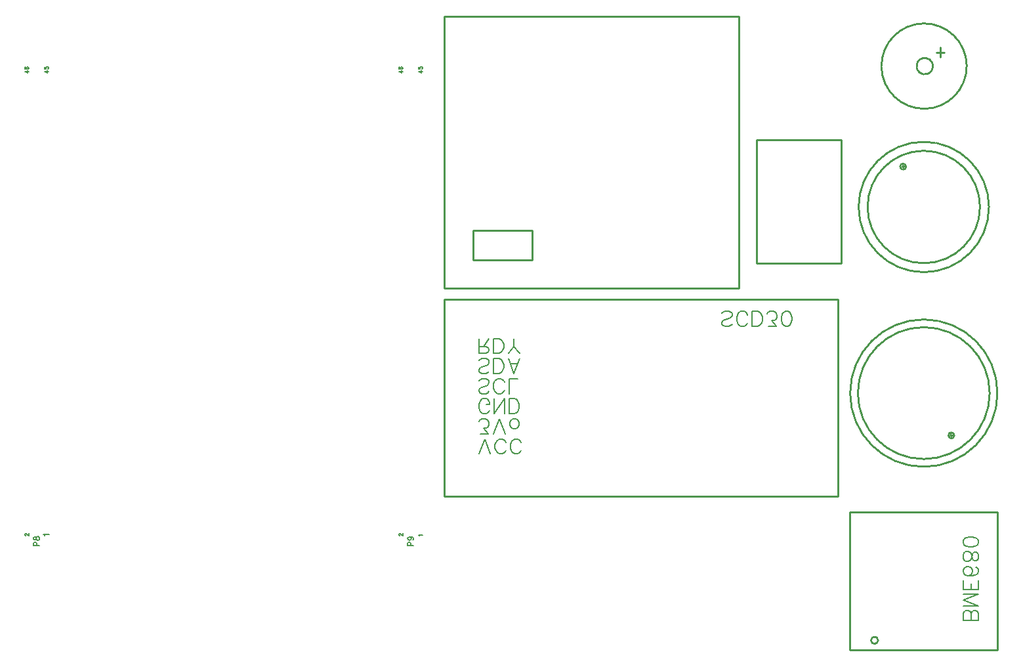
<source format=gbo>
G04 Layer: BottomSilkLayer*
G04 EasyEDA v6.4.25, 2021-11-15T20:25:19--5:00*
G04 f133b9dff01e4a4db271285c1a4d3a4a,c6d70c2b7c21449b8329efc8d1611fca,10*
G04 Gerber Generator version 0.2*
G04 Scale: 100 percent, Rotated: No, Reflected: No *
G04 Dimensions in inches *
G04 leading zeros omitted , absolute positions ,3 integer and 6 decimal *
%FSLAX36Y36*%
%MOIN*%

%ADD10C,0.0100*%
%ADD42C,0.0060*%
%ADD45C,0.0080*%

%LPD*%
D45*
X5136300Y100000D02*
G01*
X5060000Y100000D01*
X5136300Y100000D02*
G01*
X5136300Y132699D01*
X5132700Y143600D01*
X5129099Y147300D01*
X5121800Y150900D01*
X5114499Y150900D01*
X5107200Y147300D01*
X5103599Y143600D01*
X5100000Y132699D01*
X5100000Y100000D02*
G01*
X5100000Y132699D01*
X5096300Y143600D01*
X5092700Y147300D01*
X5085400Y150900D01*
X5074499Y150900D01*
X5067200Y147300D01*
X5063599Y143600D01*
X5060000Y132699D01*
X5060000Y100000D01*
X5136300Y174899D02*
G01*
X5060000Y174899D01*
X5136300Y174899D02*
G01*
X5060000Y204000D01*
X5136300Y233099D02*
G01*
X5060000Y204000D01*
X5136300Y233099D02*
G01*
X5060000Y233099D01*
X5136300Y257100D02*
G01*
X5060000Y257100D01*
X5136300Y257100D02*
G01*
X5136300Y304400D01*
X5100000Y257100D02*
G01*
X5100000Y286199D01*
X5060000Y257100D02*
G01*
X5060000Y304400D01*
X5125400Y371999D02*
G01*
X5132700Y368400D01*
X5136300Y357500D01*
X5136300Y350199D01*
X5132700Y339299D01*
X5121800Y331999D01*
X5103599Y328400D01*
X5085400Y328400D01*
X5070900Y331999D01*
X5063599Y339299D01*
X5060000Y350199D01*
X5060000Y353800D01*
X5063599Y364699D01*
X5070900Y371999D01*
X5081800Y375599D01*
X5085400Y375599D01*
X5096300Y371999D01*
X5103599Y364699D01*
X5107200Y353800D01*
X5107200Y350199D01*
X5103599Y339299D01*
X5096300Y331999D01*
X5085400Y328400D01*
X5136300Y417800D02*
G01*
X5132700Y406900D01*
X5125400Y403299D01*
X5118199Y403299D01*
X5110900Y406900D01*
X5107200Y414200D01*
X5103599Y428699D01*
X5100000Y439600D01*
X5092700Y446900D01*
X5085400Y450500D01*
X5074499Y450500D01*
X5067200Y446900D01*
X5063599Y443299D01*
X5060000Y432399D01*
X5060000Y417800D01*
X5063599Y406900D01*
X5067200Y403299D01*
X5074499Y399600D01*
X5085400Y399600D01*
X5092700Y403299D01*
X5100000Y410500D01*
X5103599Y421500D01*
X5107200Y435999D01*
X5110900Y443299D01*
X5118199Y446900D01*
X5125400Y446900D01*
X5132700Y443299D01*
X5136300Y432399D01*
X5136300Y417800D01*
X5136300Y496399D02*
G01*
X5132700Y485500D01*
X5121800Y478200D01*
X5103599Y474499D01*
X5092700Y474499D01*
X5074499Y478200D01*
X5063599Y485500D01*
X5060000Y496399D01*
X5060000Y503600D01*
X5063599Y514499D01*
X5074499Y521799D01*
X5092700Y525500D01*
X5103599Y525500D01*
X5121800Y521799D01*
X5132700Y514499D01*
X5136300Y503600D01*
X5136300Y496399D01*
X2600000Y946300D02*
G01*
X2629099Y1022600D01*
X2658199Y946300D02*
G01*
X2629099Y1022600D01*
X2736700Y964499D02*
G01*
X2733100Y957199D01*
X2725799Y949899D01*
X2718500Y946300D01*
X2703999Y946300D01*
X2696700Y949899D01*
X2689499Y957199D01*
X2685799Y964499D01*
X2682200Y975399D01*
X2682200Y993499D01*
X2685799Y1004499D01*
X2689499Y1011700D01*
X2696700Y1019000D01*
X2703999Y1022600D01*
X2718500Y1022600D01*
X2725799Y1019000D01*
X2733100Y1011700D01*
X2736700Y1004499D01*
X2815299Y964499D02*
G01*
X2811599Y957199D01*
X2804399Y949899D01*
X2797100Y946300D01*
X2782500Y946300D01*
X2775299Y949899D01*
X2768000Y957199D01*
X2764399Y964499D01*
X2760699Y975399D01*
X2760699Y993499D01*
X2764399Y1004499D01*
X2768000Y1011700D01*
X2775299Y1019000D01*
X2782500Y1022600D01*
X2797100Y1022600D01*
X2804399Y1019000D01*
X2811599Y1011700D01*
X2815299Y1004499D01*
X2607299Y1048299D02*
G01*
X2647299Y1048299D01*
X2625500Y1077399D01*
X2636400Y1077399D01*
X2643599Y1080999D01*
X2647299Y1084600D01*
X2650900Y1095500D01*
X2650900Y1102800D01*
X2647299Y1113699D01*
X2640000Y1120999D01*
X2629099Y1124600D01*
X2618199Y1124600D01*
X2607299Y1120999D01*
X2603599Y1117399D01*
X2600000Y1110100D01*
X2674899Y1048299D02*
G01*
X2703999Y1124600D01*
X2733100Y1048299D02*
G01*
X2703999Y1124600D01*
X2775299Y1073699D02*
G01*
X2768000Y1077399D01*
X2760699Y1084600D01*
X2757100Y1095500D01*
X2757100Y1102800D01*
X2760699Y1113699D01*
X2768000Y1120999D01*
X2775299Y1124600D01*
X2786199Y1124600D01*
X2793500Y1120999D01*
X2800699Y1113699D01*
X2804399Y1102800D01*
X2804399Y1095500D01*
X2800699Y1084600D01*
X2793500Y1077399D01*
X2786199Y1073699D01*
X2775299Y1073699D01*
X2654499Y1168499D02*
G01*
X2650900Y1161199D01*
X2643599Y1153899D01*
X2636400Y1150300D01*
X2621800Y1150300D01*
X2614499Y1153899D01*
X2607299Y1161199D01*
X2603599Y1168499D01*
X2600000Y1179400D01*
X2600000Y1197500D01*
X2603599Y1208499D01*
X2607299Y1215700D01*
X2614499Y1223000D01*
X2621800Y1226599D01*
X2636400Y1226599D01*
X2643599Y1223000D01*
X2650900Y1215700D01*
X2654499Y1208499D01*
X2654499Y1197500D01*
X2636400Y1197500D02*
G01*
X2654499Y1197500D01*
X2678500Y1150300D02*
G01*
X2678500Y1226599D01*
X2678500Y1150300D02*
G01*
X2729499Y1226599D01*
X2729499Y1150300D02*
G01*
X2729499Y1226599D01*
X2753500Y1150300D02*
G01*
X2753500Y1226599D01*
X2753500Y1150300D02*
G01*
X2778900Y1150300D01*
X2789799Y1153899D01*
X2797100Y1161199D01*
X2800699Y1168499D01*
X2804399Y1179400D01*
X2804399Y1197500D01*
X2800699Y1208499D01*
X2797100Y1215700D01*
X2789799Y1223000D01*
X2778900Y1226599D01*
X2753500Y1226599D01*
X2650900Y1263200D02*
G01*
X2643599Y1255900D01*
X2632700Y1252300D01*
X2618199Y1252300D01*
X2607299Y1255900D01*
X2600000Y1263200D01*
X2600000Y1270500D01*
X2603599Y1277699D01*
X2607299Y1281399D01*
X2614499Y1285000D01*
X2636400Y1292300D01*
X2643599Y1295900D01*
X2647299Y1299499D01*
X2650900Y1306799D01*
X2650900Y1317699D01*
X2643599Y1325000D01*
X2632700Y1328600D01*
X2618199Y1328600D01*
X2607299Y1325000D01*
X2600000Y1317699D01*
X2729499Y1270500D02*
G01*
X2725799Y1263200D01*
X2718500Y1255900D01*
X2711300Y1252300D01*
X2696700Y1252300D01*
X2689499Y1255900D01*
X2682200Y1263200D01*
X2678500Y1270500D01*
X2674899Y1281399D01*
X2674899Y1299499D01*
X2678500Y1310500D01*
X2682200Y1317699D01*
X2689499Y1325000D01*
X2696700Y1328600D01*
X2711300Y1328600D01*
X2718500Y1325000D01*
X2725799Y1317699D01*
X2729499Y1310500D01*
X2753500Y1252300D02*
G01*
X2753500Y1328600D01*
X2753500Y1328600D02*
G01*
X2797100Y1328600D01*
X2650900Y1365199D02*
G01*
X2643599Y1357899D01*
X2632700Y1354299D01*
X2618199Y1354299D01*
X2607299Y1357899D01*
X2600000Y1365199D01*
X2600000Y1372500D01*
X2603599Y1379699D01*
X2607299Y1383400D01*
X2614499Y1386999D01*
X2636400Y1394299D01*
X2643599Y1397899D01*
X2647299Y1401500D01*
X2650900Y1408800D01*
X2650900Y1419699D01*
X2643599Y1426999D01*
X2632700Y1430599D01*
X2618199Y1430599D01*
X2607299Y1426999D01*
X2600000Y1419699D01*
X2674899Y1354299D02*
G01*
X2674899Y1430599D01*
X2674899Y1354299D02*
G01*
X2700399Y1354299D01*
X2711300Y1357899D01*
X2718500Y1365199D01*
X2722200Y1372500D01*
X2725799Y1383400D01*
X2725799Y1401500D01*
X2722200Y1412500D01*
X2718500Y1419699D01*
X2711300Y1426999D01*
X2700399Y1430599D01*
X2674899Y1430599D01*
X2778900Y1354299D02*
G01*
X2749799Y1430599D01*
X2778900Y1354299D02*
G01*
X2808000Y1430599D01*
X2760699Y1405199D02*
G01*
X2797100Y1405199D01*
X2600000Y1456300D02*
G01*
X2600000Y1532600D01*
X2600000Y1456300D02*
G01*
X2632700Y1456300D01*
X2643599Y1459899D01*
X2647299Y1463499D01*
X2650900Y1470799D01*
X2650900Y1478099D01*
X2647299Y1485399D01*
X2643599Y1489000D01*
X2632700Y1492600D01*
X2600000Y1492600D01*
X2625500Y1492600D02*
G01*
X2650900Y1532600D01*
X2674899Y1456300D02*
G01*
X2674899Y1532600D01*
X2674899Y1456300D02*
G01*
X2700399Y1456300D01*
X2711300Y1459899D01*
X2718500Y1467199D01*
X2722200Y1474499D01*
X2725799Y1485399D01*
X2725799Y1503499D01*
X2722200Y1514499D01*
X2718500Y1521700D01*
X2711300Y1529000D01*
X2700399Y1532600D01*
X2674899Y1532600D01*
X2749799Y1456300D02*
G01*
X2778900Y1492600D01*
X2778900Y1532600D01*
X2808000Y1456300D02*
G01*
X2778900Y1492600D01*
X3885900Y1605199D02*
G01*
X3878599Y1597899D01*
X3867700Y1594299D01*
X3853199Y1594299D01*
X3842299Y1597899D01*
X3835000Y1605199D01*
X3835000Y1612500D01*
X3838599Y1619699D01*
X3842299Y1623400D01*
X3849499Y1626999D01*
X3871400Y1634299D01*
X3878599Y1637899D01*
X3882299Y1641500D01*
X3885900Y1648800D01*
X3885900Y1659699D01*
X3878599Y1666999D01*
X3867700Y1670599D01*
X3853199Y1670599D01*
X3842299Y1666999D01*
X3835000Y1659699D01*
X3964499Y1612500D02*
G01*
X3960799Y1605199D01*
X3953500Y1597899D01*
X3946300Y1594299D01*
X3931700Y1594299D01*
X3924499Y1597899D01*
X3917200Y1605199D01*
X3913500Y1612500D01*
X3909899Y1623400D01*
X3909899Y1641500D01*
X3913500Y1652500D01*
X3917200Y1659699D01*
X3924499Y1666999D01*
X3931700Y1670599D01*
X3946300Y1670599D01*
X3953500Y1666999D01*
X3960799Y1659699D01*
X3964499Y1652500D01*
X3988500Y1594299D02*
G01*
X3988500Y1670599D01*
X3988500Y1594299D02*
G01*
X4013900Y1594299D01*
X4024799Y1597899D01*
X4032100Y1605199D01*
X4035699Y1612500D01*
X4039399Y1623400D01*
X4039399Y1641500D01*
X4035699Y1652500D01*
X4032100Y1659699D01*
X4024799Y1666999D01*
X4013900Y1670599D01*
X3988500Y1670599D01*
X4070600Y1594299D02*
G01*
X4110600Y1594299D01*
X4088800Y1623400D01*
X4099700Y1623400D01*
X4106999Y1626999D01*
X4110600Y1630599D01*
X4114300Y1641500D01*
X4114300Y1648800D01*
X4110600Y1659699D01*
X4103400Y1666999D01*
X4092500Y1670599D01*
X4081499Y1670599D01*
X4070600Y1666999D01*
X4066999Y1663400D01*
X4063400Y1656100D01*
X4160100Y1594299D02*
G01*
X4149200Y1597899D01*
X4141899Y1608800D01*
X4138299Y1626999D01*
X4138299Y1637899D01*
X4141899Y1656100D01*
X4149200Y1666999D01*
X4160100Y1670599D01*
X4167399Y1670599D01*
X4178299Y1666999D01*
X4185500Y1656100D01*
X4189200Y1637899D01*
X4189200Y1626999D01*
X4185500Y1608800D01*
X4178299Y1597899D01*
X4167399Y1594299D01*
X4160100Y1594299D01*
D42*
X338600Y480000D02*
G01*
X367300Y480000D01*
X338600Y480000D02*
G01*
X338600Y492300D01*
X340000Y496399D01*
X341399Y497699D01*
X344099Y499099D01*
X348200Y499099D01*
X350900Y497699D01*
X352300Y496399D01*
X353600Y492300D01*
X353600Y480000D01*
X338600Y514899D02*
G01*
X340000Y510799D01*
X342699Y509499D01*
X345500Y509499D01*
X348200Y510799D01*
X349499Y513499D01*
X350900Y519000D01*
X352300Y523099D01*
X355000Y525799D01*
X357699Y527199D01*
X361799Y527199D01*
X364499Y525799D01*
X365900Y524499D01*
X367300Y520399D01*
X367300Y514899D01*
X365900Y510799D01*
X364499Y509499D01*
X361799Y508099D01*
X357699Y508099D01*
X355000Y509499D01*
X352300Y512199D01*
X350900Y516300D01*
X349499Y521700D01*
X348200Y524499D01*
X345500Y525799D01*
X342699Y525799D01*
X340000Y524499D01*
X338600Y520399D01*
X338600Y514899D01*
X2238599Y480000D02*
G01*
X2267299Y480000D01*
X2238599Y480000D02*
G01*
X2238599Y492300D01*
X2240000Y496399D01*
X2241400Y497699D01*
X2244099Y499099D01*
X2248199Y499099D01*
X2250900Y497699D01*
X2252299Y496399D01*
X2253599Y492300D01*
X2253599Y480000D01*
X2248199Y525799D02*
G01*
X2252299Y524499D01*
X2255000Y521700D01*
X2256400Y517600D01*
X2256400Y516300D01*
X2255000Y512199D01*
X2252299Y509499D01*
X2248199Y508099D01*
X2246800Y508099D01*
X2242700Y509499D01*
X2240000Y512199D01*
X2238599Y516300D01*
X2238599Y517600D01*
X2240000Y521700D01*
X2242700Y524499D01*
X2248199Y525799D01*
X2255000Y525799D01*
X2261800Y524499D01*
X2265900Y521700D01*
X2267299Y517600D01*
X2267299Y514899D01*
X2265900Y510799D01*
X2263199Y509499D01*
X394099Y530000D02*
G01*
X392699Y532699D01*
X388600Y536799D01*
X417300Y536799D01*
X2297700Y530000D02*
G01*
X2296800Y531799D01*
X2294099Y534499D01*
X2313199Y534499D01*
X2198599Y530900D02*
G01*
X2197700Y530900D01*
X2195900Y531799D01*
X2195000Y532699D01*
X2194099Y534499D01*
X2194099Y538200D01*
X2195000Y540000D01*
X2195900Y540900D01*
X2197700Y541799D01*
X2199499Y541799D01*
X2201400Y540900D01*
X2204099Y539099D01*
X2213199Y530000D01*
X2213199Y542699D01*
X298600Y530900D02*
G01*
X297699Y530900D01*
X295900Y531799D01*
X295000Y532699D01*
X294099Y534499D01*
X294099Y538200D01*
X295000Y540000D01*
X295900Y540900D01*
X297699Y541799D01*
X299499Y541799D01*
X301399Y540900D01*
X304099Y539099D01*
X313200Y530000D01*
X313200Y542699D01*
X294099Y2889099D02*
G01*
X306799Y2880000D01*
X306799Y2893600D01*
X294099Y2889099D02*
G01*
X313200Y2889099D01*
X296799Y2910500D02*
G01*
X295000Y2909600D01*
X294099Y2906900D01*
X294099Y2905100D01*
X295000Y2902399D01*
X297699Y2900500D01*
X302300Y2899600D01*
X306799Y2899600D01*
X310500Y2900500D01*
X312300Y2902399D01*
X313200Y2905100D01*
X313200Y2905999D01*
X312300Y2908699D01*
X310500Y2910500D01*
X307699Y2911500D01*
X306799Y2911500D01*
X304099Y2910500D01*
X302300Y2908699D01*
X301399Y2905999D01*
X301399Y2905100D01*
X302300Y2902399D01*
X304099Y2900500D01*
X306799Y2899600D01*
X394099Y2889099D02*
G01*
X406799Y2880000D01*
X406799Y2893600D01*
X394099Y2889099D02*
G01*
X413200Y2889099D01*
X394099Y2910500D02*
G01*
X394099Y2901500D01*
X402300Y2900500D01*
X401399Y2901500D01*
X400500Y2904200D01*
X400500Y2906900D01*
X401399Y2909600D01*
X403200Y2911500D01*
X405900Y2912399D01*
X407699Y2912399D01*
X410500Y2911500D01*
X412300Y2909600D01*
X413200Y2906900D01*
X413200Y2904200D01*
X412300Y2901500D01*
X411399Y2900500D01*
X409499Y2899600D01*
X2294099Y2889099D02*
G01*
X2306800Y2880000D01*
X2306800Y2893600D01*
X2294099Y2889099D02*
G01*
X2313199Y2889099D01*
X2294099Y2910500D02*
G01*
X2294099Y2901500D01*
X2302299Y2900500D01*
X2301400Y2901500D01*
X2300500Y2904200D01*
X2300500Y2906900D01*
X2301400Y2909600D01*
X2303199Y2911500D01*
X2305900Y2912399D01*
X2307700Y2912399D01*
X2310500Y2911500D01*
X2312299Y2909600D01*
X2313199Y2906900D01*
X2313199Y2904200D01*
X2312299Y2901500D01*
X2311400Y2900500D01*
X2309499Y2899600D01*
X2194099Y2889099D02*
G01*
X2206800Y2880000D01*
X2206800Y2893600D01*
X2194099Y2889099D02*
G01*
X2213199Y2889099D01*
X2196800Y2910500D02*
G01*
X2195000Y2909600D01*
X2194099Y2906900D01*
X2194099Y2905100D01*
X2195000Y2902399D01*
X2197700Y2900500D01*
X2202299Y2899600D01*
X2206800Y2899600D01*
X2210500Y2900500D01*
X2212299Y2902399D01*
X2213199Y2905100D01*
X2213199Y2905999D01*
X2212299Y2908699D01*
X2210500Y2910500D01*
X2207700Y2911500D01*
X2206800Y2911500D01*
X2204099Y2910500D01*
X2202299Y2908699D01*
X2201400Y2905999D01*
X2201400Y2905100D01*
X2202299Y2902399D01*
X2204099Y2900500D01*
X2206800Y2899600D01*
D10*
X4965006Y2985000D02*
G01*
X4925006Y2985000D01*
X4945006Y3010000D02*
G01*
X4945006Y2960000D01*
X4010870Y2540003D02*
G01*
X4010870Y1914023D01*
X4440000Y1914023D01*
X4440000Y2540003D01*
X4010870Y2540003D01*
X5235000Y-50000D02*
G01*
X4485000Y-50000D01*
X4485000Y650000D01*
X5235000Y650000D01*
X5235000Y-50000D01*
X2425000Y730000D02*
G01*
X4425000Y730000D01*
X4425000Y1730000D01*
X2425000Y1730000D01*
X2425000Y730000D01*
X3920787Y1788465D02*
G01*
X3920787Y3166417D01*
X2424723Y3166417D01*
X2424723Y1788465D02*
G01*
X2424723Y3166415D01*
X2424723Y1788465D02*
G01*
X3920787Y1788465D01*
X2870000Y2005000D02*
G01*
X2870000Y2080000D01*
X2570000Y2080000D01*
X2570000Y1930000D01*
X2870000Y1930000D01*
X2870000Y2005000D01*
G75*
G01*
X4855000Y2875000D02*
G02*
X4859169Y2874183I10003J39999D01*
G75*
G01*
X4645000Y2915000D02*
G02*
X4645069Y2909867I216535J344D01*
G75*
G01
X4627680Y0D02*
G03X4627680Y0I-17680J0D01*
G75*
G01
X5234020Y1255000D02*
G03X5234020Y1255000I-374020J0D01*
G75*
G01
X5194650Y1255000D02*
G03X5194650Y1255000I-334650J0D01*
G75*
G01
X5015000Y1040000D02*
G03X5015000Y1040000I-15000J0D01*
G75*
G01
X5005000Y1040000D02*
G03X5005000Y1040000I-5000J0D01*
G75*
G01
X5191000Y2200000D02*
G03X5191000Y2200000I-331000J0D01*
G75*
G01
X5145430Y2200000D02*
G03X5145430Y2200000I-285430J0D01*
G75*
G01
X4760000Y2405000D02*
G03X4760000Y2405000I-5000J0D01*
G75*
G01
X4770000Y2405000D02*
G03X4770000Y2405000I-15000J0D01*
M02*

</source>
